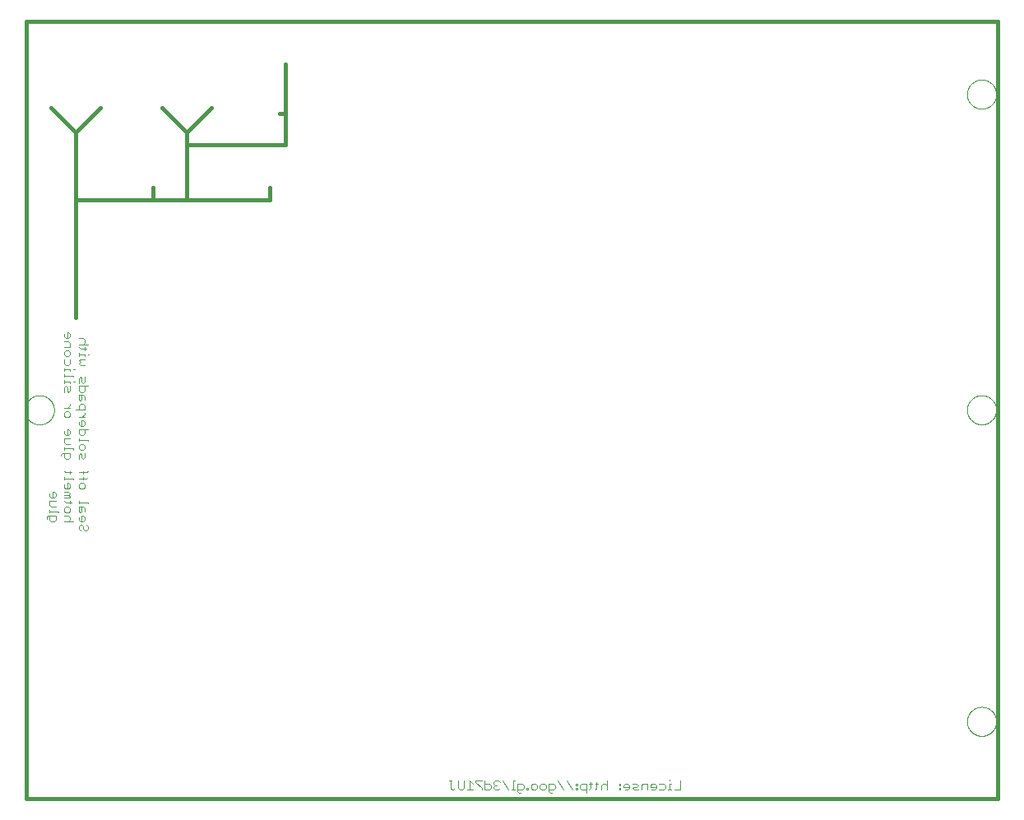
<source format=gbo>
G75*
%MOIN*%
%OFA0B0*%
%FSLAX25Y25*%
%IPPOS*%
%LPD*%
%AMOC8*
5,1,8,0,0,1.08239X$1,22.5*
%
%ADD10C,0.00300*%
%ADD11C,0.01600*%
%ADD12C,0.00000*%
D10*
X0023620Y0126710D02*
X0023013Y0127317D01*
X0023013Y0128530D01*
X0023620Y0129137D01*
X0024226Y0129137D01*
X0024833Y0128530D01*
X0024833Y0127317D01*
X0025440Y0126710D01*
X0026046Y0126710D01*
X0026653Y0127317D01*
X0026653Y0128530D01*
X0026046Y0129137D01*
X0024833Y0130335D02*
X0025440Y0130942D01*
X0025440Y0132155D01*
X0024833Y0132762D01*
X0024226Y0132762D01*
X0024226Y0130335D01*
X0023620Y0130335D02*
X0024833Y0130335D01*
X0023620Y0130335D02*
X0023013Y0130942D01*
X0023013Y0132155D01*
X0023620Y0133960D02*
X0024226Y0134567D01*
X0024226Y0136387D01*
X0024833Y0136387D02*
X0023013Y0136387D01*
X0023013Y0134567D01*
X0023620Y0133960D01*
X0025440Y0134567D02*
X0025440Y0135781D01*
X0024833Y0136387D01*
X0023013Y0137586D02*
X0023013Y0138799D01*
X0023013Y0138192D02*
X0026653Y0138192D01*
X0026653Y0137586D01*
X0024833Y0143628D02*
X0023620Y0143628D01*
X0023013Y0144234D01*
X0023013Y0145448D01*
X0023620Y0146054D01*
X0024833Y0146054D01*
X0025440Y0145448D01*
X0025440Y0144234D01*
X0024833Y0143628D01*
X0024833Y0147253D02*
X0024833Y0148466D01*
X0024833Y0149669D02*
X0024833Y0150883D01*
X0026046Y0150276D02*
X0026653Y0150883D01*
X0026046Y0150276D02*
X0023013Y0150276D01*
X0023013Y0147859D02*
X0026046Y0147859D01*
X0026653Y0148466D01*
X0020748Y0147859D02*
X0017107Y0147859D01*
X0017107Y0147253D02*
X0017107Y0148466D01*
X0017714Y0150276D02*
X0017107Y0150883D01*
X0017714Y0150276D02*
X0020141Y0150276D01*
X0019534Y0149669D02*
X0019534Y0150883D01*
X0020748Y0147859D02*
X0020748Y0147253D01*
X0019534Y0145448D02*
X0019534Y0144234D01*
X0018928Y0143628D01*
X0017714Y0143628D01*
X0017107Y0144234D01*
X0017107Y0145448D01*
X0018321Y0146054D02*
X0018321Y0143628D01*
X0018928Y0142429D02*
X0017107Y0142429D01*
X0017107Y0141216D02*
X0018928Y0141216D01*
X0019534Y0141822D01*
X0018928Y0142429D01*
X0018928Y0141216D02*
X0019534Y0140609D01*
X0019534Y0140002D01*
X0017107Y0140002D01*
X0017107Y0138799D02*
X0017714Y0138192D01*
X0020141Y0138192D01*
X0019534Y0137586D02*
X0019534Y0138799D01*
X0018928Y0136387D02*
X0019534Y0135781D01*
X0019534Y0134567D01*
X0018928Y0133960D01*
X0017714Y0133960D01*
X0017107Y0134567D01*
X0017107Y0135781D01*
X0017714Y0136387D01*
X0018928Y0136387D01*
X0018928Y0132762D02*
X0017107Y0132762D01*
X0018928Y0132762D02*
X0019534Y0132155D01*
X0019534Y0130942D01*
X0018928Y0130335D01*
X0020748Y0130335D02*
X0017107Y0130335D01*
X0013629Y0130942D02*
X0013022Y0130335D01*
X0011809Y0130335D01*
X0011202Y0130942D01*
X0011202Y0132762D01*
X0010595Y0132762D02*
X0013629Y0132762D01*
X0013629Y0130942D01*
X0014842Y0133960D02*
X0014842Y0134567D01*
X0011202Y0134567D01*
X0011202Y0133960D02*
X0011202Y0135174D01*
X0011809Y0136377D02*
X0011202Y0136984D01*
X0011202Y0138804D01*
X0013629Y0138804D01*
X0013022Y0140002D02*
X0013629Y0140609D01*
X0013629Y0141822D01*
X0013022Y0142429D01*
X0012415Y0142429D01*
X0012415Y0140002D01*
X0011809Y0140002D02*
X0013022Y0140002D01*
X0011809Y0140002D02*
X0011202Y0140609D01*
X0011202Y0141822D01*
X0011809Y0136377D02*
X0013629Y0136377D01*
X0010595Y0132762D02*
X0009989Y0132155D01*
X0009989Y0131549D01*
X0018321Y0146054D02*
X0018928Y0146054D01*
X0019534Y0145448D01*
X0018928Y0155711D02*
X0017714Y0155711D01*
X0017107Y0156318D01*
X0017107Y0158138D01*
X0016501Y0158138D02*
X0019534Y0158138D01*
X0019534Y0156318D01*
X0018928Y0155711D01*
X0015894Y0156925D02*
X0015894Y0157531D01*
X0016501Y0158138D01*
X0017107Y0159336D02*
X0017107Y0160550D01*
X0017107Y0159943D02*
X0020748Y0159943D01*
X0020748Y0159336D01*
X0023013Y0159943D02*
X0023620Y0159336D01*
X0024833Y0159336D01*
X0025440Y0159943D01*
X0025440Y0161156D01*
X0024833Y0161763D01*
X0023620Y0161763D01*
X0023013Y0161156D01*
X0023013Y0159943D01*
X0023620Y0158138D02*
X0024226Y0157531D01*
X0024226Y0156318D01*
X0024833Y0155711D01*
X0025440Y0156318D01*
X0025440Y0158138D01*
X0023620Y0158138D02*
X0023013Y0157531D01*
X0023013Y0155711D01*
X0019534Y0161753D02*
X0017714Y0161753D01*
X0017107Y0162360D01*
X0017107Y0164180D01*
X0019534Y0164180D01*
X0018928Y0165378D02*
X0019534Y0165985D01*
X0019534Y0167198D01*
X0018928Y0167805D01*
X0018321Y0167805D01*
X0018321Y0165378D01*
X0017714Y0165378D02*
X0018928Y0165378D01*
X0017714Y0165378D02*
X0017107Y0165985D01*
X0017107Y0167198D01*
X0017714Y0172629D02*
X0017107Y0173235D01*
X0017107Y0174449D01*
X0017714Y0175055D01*
X0018928Y0175055D01*
X0019534Y0174449D01*
X0019534Y0173235D01*
X0018928Y0172629D01*
X0017714Y0172629D01*
X0021800Y0175650D02*
X0025440Y0175650D01*
X0025440Y0177470D01*
X0024833Y0178076D01*
X0023620Y0178076D01*
X0023013Y0177470D01*
X0023013Y0175650D01*
X0025440Y0174449D02*
X0025440Y0173842D01*
X0024226Y0172629D01*
X0024226Y0171430D02*
X0024226Y0169003D01*
X0023620Y0169003D02*
X0024833Y0169003D01*
X0025440Y0169610D01*
X0025440Y0170824D01*
X0024833Y0171430D01*
X0024226Y0171430D01*
X0023013Y0170824D02*
X0023013Y0169610D01*
X0023620Y0169003D01*
X0023013Y0167805D02*
X0023013Y0165985D01*
X0023620Y0165378D01*
X0024833Y0165378D01*
X0025440Y0165985D01*
X0025440Y0167805D01*
X0026653Y0167805D02*
X0023013Y0167805D01*
X0023013Y0164175D02*
X0023013Y0162962D01*
X0023013Y0163568D02*
X0026653Y0163568D01*
X0026653Y0162962D01*
X0025440Y0172629D02*
X0023013Y0172629D01*
X0019534Y0176254D02*
X0017107Y0176254D01*
X0018321Y0176254D02*
X0019534Y0177467D01*
X0019534Y0178074D01*
X0023013Y0179881D02*
X0023620Y0179275D01*
X0024226Y0179881D01*
X0024226Y0181701D01*
X0024833Y0181701D02*
X0023013Y0181701D01*
X0023013Y0179881D01*
X0025440Y0179881D02*
X0025440Y0181095D01*
X0024833Y0181701D01*
X0024833Y0182900D02*
X0025440Y0183506D01*
X0025440Y0185327D01*
X0026653Y0185327D02*
X0023013Y0185327D01*
X0023013Y0183506D01*
X0023620Y0182900D01*
X0024833Y0182900D01*
X0024833Y0186525D02*
X0025440Y0187132D01*
X0025440Y0188952D01*
X0024226Y0188345D02*
X0024226Y0187132D01*
X0024833Y0186525D01*
X0023013Y0186525D02*
X0023013Y0188345D01*
X0023620Y0188952D01*
X0024226Y0188345D01*
X0021354Y0187132D02*
X0020748Y0187132D01*
X0019534Y0187132D02*
X0019534Y0186525D01*
X0019534Y0187132D02*
X0017107Y0187132D01*
X0017107Y0187738D02*
X0017107Y0186525D01*
X0017714Y0185327D02*
X0018321Y0184720D01*
X0018321Y0183506D01*
X0018928Y0182900D01*
X0019534Y0183506D01*
X0019534Y0185327D01*
X0017714Y0185327D02*
X0017107Y0184720D01*
X0017107Y0182900D01*
X0017107Y0188942D02*
X0017107Y0190155D01*
X0017107Y0189548D02*
X0020748Y0189548D01*
X0020748Y0188942D01*
X0019534Y0191358D02*
X0019534Y0191965D01*
X0017107Y0191965D01*
X0017107Y0191358D02*
X0017107Y0192572D01*
X0017714Y0193775D02*
X0017107Y0194382D01*
X0017107Y0196202D01*
X0017714Y0197400D02*
X0017107Y0198007D01*
X0017107Y0199220D01*
X0017714Y0199827D01*
X0018928Y0199827D01*
X0019534Y0199220D01*
X0019534Y0198007D01*
X0018928Y0197400D01*
X0017714Y0197400D01*
X0019534Y0196202D02*
X0019534Y0194382D01*
X0018928Y0193775D01*
X0017714Y0193775D01*
X0020748Y0191965D02*
X0021354Y0191965D01*
X0023620Y0193775D02*
X0023013Y0194382D01*
X0023620Y0194989D01*
X0023013Y0195595D01*
X0023620Y0196202D01*
X0025440Y0196202D01*
X0025440Y0197400D02*
X0025440Y0198007D01*
X0023013Y0198007D01*
X0023013Y0197400D02*
X0023013Y0198614D01*
X0023620Y0200424D02*
X0023013Y0201030D01*
X0023620Y0200424D02*
X0026046Y0200424D01*
X0025440Y0199817D02*
X0025440Y0201030D01*
X0024833Y0202234D02*
X0025440Y0202841D01*
X0025440Y0204054D01*
X0024833Y0204661D01*
X0023013Y0204661D01*
X0023013Y0202234D02*
X0026653Y0202234D01*
X0026653Y0198007D02*
X0027260Y0198007D01*
X0025440Y0193775D02*
X0023620Y0193775D01*
X0019534Y0201025D02*
X0019534Y0202846D01*
X0018928Y0203452D01*
X0017107Y0203452D01*
X0017714Y0204651D02*
X0018928Y0204651D01*
X0019534Y0205257D01*
X0019534Y0206471D01*
X0018928Y0207077D01*
X0018321Y0207077D01*
X0018321Y0204651D01*
X0017714Y0204651D02*
X0017107Y0205257D01*
X0017107Y0206471D01*
X0017107Y0201025D02*
X0019534Y0201025D01*
X0173066Y0025285D02*
X0174280Y0025285D01*
X0173673Y0025285D02*
X0173673Y0022251D01*
X0174280Y0021645D01*
X0174886Y0021645D01*
X0175493Y0022251D01*
X0176691Y0022251D02*
X0176691Y0025285D01*
X0179118Y0025285D02*
X0179118Y0022251D01*
X0178511Y0021645D01*
X0177298Y0021645D01*
X0176691Y0022251D01*
X0180317Y0021645D02*
X0182743Y0021645D01*
X0181530Y0021645D02*
X0181530Y0025285D01*
X0182743Y0024071D01*
X0183942Y0024678D02*
X0186368Y0022251D01*
X0186368Y0021645D01*
X0187567Y0021645D02*
X0189387Y0021645D01*
X0189994Y0022251D01*
X0189994Y0023465D01*
X0189387Y0024071D01*
X0187567Y0024071D01*
X0187567Y0025285D02*
X0187567Y0021645D01*
X0191192Y0022251D02*
X0191799Y0021645D01*
X0193012Y0021645D01*
X0193619Y0022251D01*
X0192405Y0023465D02*
X0191799Y0023465D01*
X0191192Y0022858D01*
X0191192Y0022251D01*
X0191799Y0023465D02*
X0191192Y0024071D01*
X0191192Y0024678D01*
X0191799Y0025285D01*
X0193012Y0025285D01*
X0193619Y0024678D01*
X0194817Y0025285D02*
X0197244Y0021645D01*
X0198447Y0021645D02*
X0199661Y0021645D01*
X0199054Y0021645D02*
X0199054Y0025285D01*
X0199661Y0025285D01*
X0200859Y0024071D02*
X0202679Y0024071D01*
X0203286Y0023465D01*
X0203286Y0022251D01*
X0202679Y0021645D01*
X0200859Y0021645D01*
X0200859Y0021038D02*
X0200859Y0024071D01*
X0200859Y0021038D02*
X0201466Y0020431D01*
X0202072Y0020431D01*
X0204492Y0021645D02*
X0205098Y0021645D01*
X0205098Y0022251D01*
X0204492Y0022251D01*
X0204492Y0021645D01*
X0206297Y0022251D02*
X0206297Y0023465D01*
X0206903Y0024071D01*
X0208117Y0024071D01*
X0208723Y0023465D01*
X0208723Y0022251D01*
X0208117Y0021645D01*
X0206903Y0021645D01*
X0206297Y0022251D01*
X0209922Y0022251D02*
X0209922Y0023465D01*
X0210529Y0024071D01*
X0211742Y0024071D01*
X0212349Y0023465D01*
X0212349Y0022251D01*
X0211742Y0021645D01*
X0210529Y0021645D01*
X0209922Y0022251D01*
X0213547Y0021645D02*
X0215367Y0021645D01*
X0215974Y0022251D01*
X0215974Y0023465D01*
X0215367Y0024071D01*
X0213547Y0024071D01*
X0213547Y0021038D01*
X0214154Y0020431D01*
X0214760Y0020431D01*
X0219599Y0021645D02*
X0217172Y0025285D01*
X0220797Y0025285D02*
X0223224Y0021645D01*
X0224430Y0021645D02*
X0225037Y0021645D01*
X0225037Y0022251D01*
X0224430Y0022251D01*
X0224430Y0021645D01*
X0224430Y0023465D02*
X0225037Y0023465D01*
X0225037Y0024071D01*
X0224430Y0024071D01*
X0224430Y0023465D01*
X0226235Y0023465D02*
X0226235Y0022251D01*
X0226842Y0021645D01*
X0228662Y0021645D01*
X0229865Y0021645D02*
X0230472Y0022251D01*
X0230472Y0024678D01*
X0231078Y0024071D02*
X0229865Y0024071D01*
X0228662Y0024071D02*
X0226842Y0024071D01*
X0226235Y0023465D01*
X0228662Y0024071D02*
X0228662Y0020431D01*
X0232282Y0021645D02*
X0232888Y0022251D01*
X0232888Y0024678D01*
X0232282Y0024071D02*
X0233495Y0024071D01*
X0234694Y0023465D02*
X0234694Y0021645D01*
X0234694Y0023465D02*
X0235300Y0024071D01*
X0236514Y0024071D01*
X0237120Y0023465D01*
X0237120Y0025285D02*
X0237120Y0021645D01*
X0241951Y0021645D02*
X0242558Y0021645D01*
X0242558Y0022251D01*
X0241951Y0022251D01*
X0241951Y0021645D01*
X0241951Y0023465D02*
X0242558Y0023465D01*
X0242558Y0024071D01*
X0241951Y0024071D01*
X0241951Y0023465D01*
X0243756Y0023465D02*
X0243756Y0022858D01*
X0246183Y0022858D01*
X0246183Y0023465D02*
X0245576Y0024071D01*
X0244363Y0024071D01*
X0243756Y0023465D01*
X0244363Y0021645D02*
X0245576Y0021645D01*
X0246183Y0022251D01*
X0246183Y0023465D01*
X0247382Y0024071D02*
X0249202Y0024071D01*
X0249808Y0023465D01*
X0249202Y0022858D01*
X0247988Y0022858D01*
X0247382Y0022251D01*
X0247988Y0021645D01*
X0249808Y0021645D01*
X0251007Y0021645D02*
X0251007Y0023465D01*
X0251613Y0024071D01*
X0253433Y0024071D01*
X0253433Y0021645D01*
X0254632Y0022858D02*
X0257059Y0022858D01*
X0257059Y0023465D02*
X0256452Y0024071D01*
X0255238Y0024071D01*
X0254632Y0023465D01*
X0254632Y0022858D01*
X0255238Y0021645D02*
X0256452Y0021645D01*
X0257059Y0022251D01*
X0257059Y0023465D01*
X0258257Y0024071D02*
X0260077Y0024071D01*
X0260684Y0023465D01*
X0260684Y0022251D01*
X0260077Y0021645D01*
X0258257Y0021645D01*
X0261887Y0021645D02*
X0263100Y0021645D01*
X0262494Y0021645D02*
X0262494Y0024071D01*
X0263100Y0024071D01*
X0262494Y0025285D02*
X0262494Y0025891D01*
X0266726Y0025285D02*
X0266726Y0021645D01*
X0264299Y0021645D01*
X0186368Y0025285D02*
X0183942Y0025285D01*
X0183942Y0024678D01*
D11*
X0001800Y0018126D02*
X0395501Y0018126D01*
X0395501Y0333087D01*
X0001800Y0333087D01*
X0001800Y0018126D01*
X0021800Y0213126D02*
X0021800Y0260626D01*
X0021800Y0288126D01*
X0031800Y0298126D01*
X0021800Y0288126D02*
X0011800Y0298126D01*
X0021800Y0260626D02*
X0053178Y0260626D01*
X0053178Y0265626D01*
X0053178Y0260626D02*
X0066800Y0260626D01*
X0066800Y0283126D01*
X0066800Y0288126D01*
X0076800Y0298126D01*
X0066800Y0288126D02*
X0056800Y0298126D01*
X0066800Y0283126D02*
X0106800Y0283126D01*
X0106800Y0295626D01*
X0106800Y0315626D01*
X0106800Y0295626D02*
X0104300Y0295626D01*
X0100422Y0265626D02*
X0100422Y0260626D01*
X0066800Y0260626D01*
D12*
X0001209Y0175606D02*
X0001211Y0175759D01*
X0001217Y0175913D01*
X0001227Y0176066D01*
X0001241Y0176218D01*
X0001259Y0176371D01*
X0001281Y0176522D01*
X0001306Y0176673D01*
X0001336Y0176824D01*
X0001370Y0176974D01*
X0001407Y0177122D01*
X0001448Y0177270D01*
X0001493Y0177416D01*
X0001542Y0177562D01*
X0001595Y0177706D01*
X0001651Y0177848D01*
X0001711Y0177989D01*
X0001775Y0178129D01*
X0001842Y0178267D01*
X0001913Y0178403D01*
X0001988Y0178537D01*
X0002065Y0178669D01*
X0002147Y0178799D01*
X0002231Y0178927D01*
X0002319Y0179053D01*
X0002410Y0179176D01*
X0002504Y0179297D01*
X0002602Y0179415D01*
X0002702Y0179531D01*
X0002806Y0179644D01*
X0002912Y0179755D01*
X0003021Y0179863D01*
X0003133Y0179968D01*
X0003247Y0180069D01*
X0003365Y0180168D01*
X0003484Y0180264D01*
X0003606Y0180357D01*
X0003731Y0180446D01*
X0003858Y0180533D01*
X0003987Y0180615D01*
X0004118Y0180695D01*
X0004251Y0180771D01*
X0004386Y0180844D01*
X0004523Y0180913D01*
X0004662Y0180978D01*
X0004802Y0181040D01*
X0004944Y0181098D01*
X0005087Y0181153D01*
X0005232Y0181204D01*
X0005378Y0181251D01*
X0005525Y0181294D01*
X0005673Y0181333D01*
X0005822Y0181369D01*
X0005972Y0181400D01*
X0006123Y0181428D01*
X0006274Y0181452D01*
X0006427Y0181472D01*
X0006579Y0181488D01*
X0006732Y0181500D01*
X0006885Y0181508D01*
X0007038Y0181512D01*
X0007192Y0181512D01*
X0007345Y0181508D01*
X0007498Y0181500D01*
X0007651Y0181488D01*
X0007803Y0181472D01*
X0007956Y0181452D01*
X0008107Y0181428D01*
X0008258Y0181400D01*
X0008408Y0181369D01*
X0008557Y0181333D01*
X0008705Y0181294D01*
X0008852Y0181251D01*
X0008998Y0181204D01*
X0009143Y0181153D01*
X0009286Y0181098D01*
X0009428Y0181040D01*
X0009568Y0180978D01*
X0009707Y0180913D01*
X0009844Y0180844D01*
X0009979Y0180771D01*
X0010112Y0180695D01*
X0010243Y0180615D01*
X0010372Y0180533D01*
X0010499Y0180446D01*
X0010624Y0180357D01*
X0010746Y0180264D01*
X0010865Y0180168D01*
X0010983Y0180069D01*
X0011097Y0179968D01*
X0011209Y0179863D01*
X0011318Y0179755D01*
X0011424Y0179644D01*
X0011528Y0179531D01*
X0011628Y0179415D01*
X0011726Y0179297D01*
X0011820Y0179176D01*
X0011911Y0179053D01*
X0011999Y0178927D01*
X0012083Y0178799D01*
X0012165Y0178669D01*
X0012242Y0178537D01*
X0012317Y0178403D01*
X0012388Y0178267D01*
X0012455Y0178129D01*
X0012519Y0177989D01*
X0012579Y0177848D01*
X0012635Y0177706D01*
X0012688Y0177562D01*
X0012737Y0177416D01*
X0012782Y0177270D01*
X0012823Y0177122D01*
X0012860Y0176974D01*
X0012894Y0176824D01*
X0012924Y0176673D01*
X0012949Y0176522D01*
X0012971Y0176371D01*
X0012989Y0176218D01*
X0013003Y0176066D01*
X0013013Y0175913D01*
X0013019Y0175759D01*
X0013021Y0175606D01*
X0013019Y0175453D01*
X0013013Y0175299D01*
X0013003Y0175146D01*
X0012989Y0174994D01*
X0012971Y0174841D01*
X0012949Y0174690D01*
X0012924Y0174539D01*
X0012894Y0174388D01*
X0012860Y0174238D01*
X0012823Y0174090D01*
X0012782Y0173942D01*
X0012737Y0173796D01*
X0012688Y0173650D01*
X0012635Y0173506D01*
X0012579Y0173364D01*
X0012519Y0173223D01*
X0012455Y0173083D01*
X0012388Y0172945D01*
X0012317Y0172809D01*
X0012242Y0172675D01*
X0012165Y0172543D01*
X0012083Y0172413D01*
X0011999Y0172285D01*
X0011911Y0172159D01*
X0011820Y0172036D01*
X0011726Y0171915D01*
X0011628Y0171797D01*
X0011528Y0171681D01*
X0011424Y0171568D01*
X0011318Y0171457D01*
X0011209Y0171349D01*
X0011097Y0171244D01*
X0010983Y0171143D01*
X0010865Y0171044D01*
X0010746Y0170948D01*
X0010624Y0170855D01*
X0010499Y0170766D01*
X0010372Y0170679D01*
X0010243Y0170597D01*
X0010112Y0170517D01*
X0009979Y0170441D01*
X0009844Y0170368D01*
X0009707Y0170299D01*
X0009568Y0170234D01*
X0009428Y0170172D01*
X0009286Y0170114D01*
X0009143Y0170059D01*
X0008998Y0170008D01*
X0008852Y0169961D01*
X0008705Y0169918D01*
X0008557Y0169879D01*
X0008408Y0169843D01*
X0008258Y0169812D01*
X0008107Y0169784D01*
X0007956Y0169760D01*
X0007803Y0169740D01*
X0007651Y0169724D01*
X0007498Y0169712D01*
X0007345Y0169704D01*
X0007192Y0169700D01*
X0007038Y0169700D01*
X0006885Y0169704D01*
X0006732Y0169712D01*
X0006579Y0169724D01*
X0006427Y0169740D01*
X0006274Y0169760D01*
X0006123Y0169784D01*
X0005972Y0169812D01*
X0005822Y0169843D01*
X0005673Y0169879D01*
X0005525Y0169918D01*
X0005378Y0169961D01*
X0005232Y0170008D01*
X0005087Y0170059D01*
X0004944Y0170114D01*
X0004802Y0170172D01*
X0004662Y0170234D01*
X0004523Y0170299D01*
X0004386Y0170368D01*
X0004251Y0170441D01*
X0004118Y0170517D01*
X0003987Y0170597D01*
X0003858Y0170679D01*
X0003731Y0170766D01*
X0003606Y0170855D01*
X0003484Y0170948D01*
X0003365Y0171044D01*
X0003247Y0171143D01*
X0003133Y0171244D01*
X0003021Y0171349D01*
X0002912Y0171457D01*
X0002806Y0171568D01*
X0002702Y0171681D01*
X0002602Y0171797D01*
X0002504Y0171915D01*
X0002410Y0172036D01*
X0002319Y0172159D01*
X0002231Y0172285D01*
X0002147Y0172413D01*
X0002065Y0172543D01*
X0001988Y0172675D01*
X0001913Y0172809D01*
X0001842Y0172945D01*
X0001775Y0173083D01*
X0001711Y0173223D01*
X0001651Y0173364D01*
X0001595Y0173506D01*
X0001542Y0173650D01*
X0001493Y0173796D01*
X0001448Y0173942D01*
X0001407Y0174090D01*
X0001370Y0174238D01*
X0001336Y0174388D01*
X0001306Y0174539D01*
X0001281Y0174690D01*
X0001259Y0174841D01*
X0001241Y0174994D01*
X0001227Y0175146D01*
X0001217Y0175299D01*
X0001211Y0175453D01*
X0001209Y0175606D01*
X0383040Y0175606D02*
X0383042Y0175759D01*
X0383048Y0175913D01*
X0383058Y0176066D01*
X0383072Y0176218D01*
X0383090Y0176371D01*
X0383112Y0176522D01*
X0383137Y0176673D01*
X0383167Y0176824D01*
X0383201Y0176974D01*
X0383238Y0177122D01*
X0383279Y0177270D01*
X0383324Y0177416D01*
X0383373Y0177562D01*
X0383426Y0177706D01*
X0383482Y0177848D01*
X0383542Y0177989D01*
X0383606Y0178129D01*
X0383673Y0178267D01*
X0383744Y0178403D01*
X0383819Y0178537D01*
X0383896Y0178669D01*
X0383978Y0178799D01*
X0384062Y0178927D01*
X0384150Y0179053D01*
X0384241Y0179176D01*
X0384335Y0179297D01*
X0384433Y0179415D01*
X0384533Y0179531D01*
X0384637Y0179644D01*
X0384743Y0179755D01*
X0384852Y0179863D01*
X0384964Y0179968D01*
X0385078Y0180069D01*
X0385196Y0180168D01*
X0385315Y0180264D01*
X0385437Y0180357D01*
X0385562Y0180446D01*
X0385689Y0180533D01*
X0385818Y0180615D01*
X0385949Y0180695D01*
X0386082Y0180771D01*
X0386217Y0180844D01*
X0386354Y0180913D01*
X0386493Y0180978D01*
X0386633Y0181040D01*
X0386775Y0181098D01*
X0386918Y0181153D01*
X0387063Y0181204D01*
X0387209Y0181251D01*
X0387356Y0181294D01*
X0387504Y0181333D01*
X0387653Y0181369D01*
X0387803Y0181400D01*
X0387954Y0181428D01*
X0388105Y0181452D01*
X0388258Y0181472D01*
X0388410Y0181488D01*
X0388563Y0181500D01*
X0388716Y0181508D01*
X0388869Y0181512D01*
X0389023Y0181512D01*
X0389176Y0181508D01*
X0389329Y0181500D01*
X0389482Y0181488D01*
X0389634Y0181472D01*
X0389787Y0181452D01*
X0389938Y0181428D01*
X0390089Y0181400D01*
X0390239Y0181369D01*
X0390388Y0181333D01*
X0390536Y0181294D01*
X0390683Y0181251D01*
X0390829Y0181204D01*
X0390974Y0181153D01*
X0391117Y0181098D01*
X0391259Y0181040D01*
X0391399Y0180978D01*
X0391538Y0180913D01*
X0391675Y0180844D01*
X0391810Y0180771D01*
X0391943Y0180695D01*
X0392074Y0180615D01*
X0392203Y0180533D01*
X0392330Y0180446D01*
X0392455Y0180357D01*
X0392577Y0180264D01*
X0392696Y0180168D01*
X0392814Y0180069D01*
X0392928Y0179968D01*
X0393040Y0179863D01*
X0393149Y0179755D01*
X0393255Y0179644D01*
X0393359Y0179531D01*
X0393459Y0179415D01*
X0393557Y0179297D01*
X0393651Y0179176D01*
X0393742Y0179053D01*
X0393830Y0178927D01*
X0393914Y0178799D01*
X0393996Y0178669D01*
X0394073Y0178537D01*
X0394148Y0178403D01*
X0394219Y0178267D01*
X0394286Y0178129D01*
X0394350Y0177989D01*
X0394410Y0177848D01*
X0394466Y0177706D01*
X0394519Y0177562D01*
X0394568Y0177416D01*
X0394613Y0177270D01*
X0394654Y0177122D01*
X0394691Y0176974D01*
X0394725Y0176824D01*
X0394755Y0176673D01*
X0394780Y0176522D01*
X0394802Y0176371D01*
X0394820Y0176218D01*
X0394834Y0176066D01*
X0394844Y0175913D01*
X0394850Y0175759D01*
X0394852Y0175606D01*
X0394850Y0175453D01*
X0394844Y0175299D01*
X0394834Y0175146D01*
X0394820Y0174994D01*
X0394802Y0174841D01*
X0394780Y0174690D01*
X0394755Y0174539D01*
X0394725Y0174388D01*
X0394691Y0174238D01*
X0394654Y0174090D01*
X0394613Y0173942D01*
X0394568Y0173796D01*
X0394519Y0173650D01*
X0394466Y0173506D01*
X0394410Y0173364D01*
X0394350Y0173223D01*
X0394286Y0173083D01*
X0394219Y0172945D01*
X0394148Y0172809D01*
X0394073Y0172675D01*
X0393996Y0172543D01*
X0393914Y0172413D01*
X0393830Y0172285D01*
X0393742Y0172159D01*
X0393651Y0172036D01*
X0393557Y0171915D01*
X0393459Y0171797D01*
X0393359Y0171681D01*
X0393255Y0171568D01*
X0393149Y0171457D01*
X0393040Y0171349D01*
X0392928Y0171244D01*
X0392814Y0171143D01*
X0392696Y0171044D01*
X0392577Y0170948D01*
X0392455Y0170855D01*
X0392330Y0170766D01*
X0392203Y0170679D01*
X0392074Y0170597D01*
X0391943Y0170517D01*
X0391810Y0170441D01*
X0391675Y0170368D01*
X0391538Y0170299D01*
X0391399Y0170234D01*
X0391259Y0170172D01*
X0391117Y0170114D01*
X0390974Y0170059D01*
X0390829Y0170008D01*
X0390683Y0169961D01*
X0390536Y0169918D01*
X0390388Y0169879D01*
X0390239Y0169843D01*
X0390089Y0169812D01*
X0389938Y0169784D01*
X0389787Y0169760D01*
X0389634Y0169740D01*
X0389482Y0169724D01*
X0389329Y0169712D01*
X0389176Y0169704D01*
X0389023Y0169700D01*
X0388869Y0169700D01*
X0388716Y0169704D01*
X0388563Y0169712D01*
X0388410Y0169724D01*
X0388258Y0169740D01*
X0388105Y0169760D01*
X0387954Y0169784D01*
X0387803Y0169812D01*
X0387653Y0169843D01*
X0387504Y0169879D01*
X0387356Y0169918D01*
X0387209Y0169961D01*
X0387063Y0170008D01*
X0386918Y0170059D01*
X0386775Y0170114D01*
X0386633Y0170172D01*
X0386493Y0170234D01*
X0386354Y0170299D01*
X0386217Y0170368D01*
X0386082Y0170441D01*
X0385949Y0170517D01*
X0385818Y0170597D01*
X0385689Y0170679D01*
X0385562Y0170766D01*
X0385437Y0170855D01*
X0385315Y0170948D01*
X0385196Y0171044D01*
X0385078Y0171143D01*
X0384964Y0171244D01*
X0384852Y0171349D01*
X0384743Y0171457D01*
X0384637Y0171568D01*
X0384533Y0171681D01*
X0384433Y0171797D01*
X0384335Y0171915D01*
X0384241Y0172036D01*
X0384150Y0172159D01*
X0384062Y0172285D01*
X0383978Y0172413D01*
X0383896Y0172543D01*
X0383819Y0172675D01*
X0383744Y0172809D01*
X0383673Y0172945D01*
X0383606Y0173083D01*
X0383542Y0173223D01*
X0383482Y0173364D01*
X0383426Y0173506D01*
X0383373Y0173650D01*
X0383324Y0173796D01*
X0383279Y0173942D01*
X0383238Y0174090D01*
X0383201Y0174238D01*
X0383167Y0174388D01*
X0383137Y0174539D01*
X0383112Y0174690D01*
X0383090Y0174841D01*
X0383072Y0174994D01*
X0383058Y0175146D01*
X0383048Y0175299D01*
X0383042Y0175453D01*
X0383040Y0175606D01*
X0383040Y0049346D02*
X0383042Y0049499D01*
X0383048Y0049653D01*
X0383058Y0049806D01*
X0383072Y0049958D01*
X0383090Y0050111D01*
X0383112Y0050262D01*
X0383137Y0050413D01*
X0383167Y0050564D01*
X0383201Y0050714D01*
X0383238Y0050862D01*
X0383279Y0051010D01*
X0383324Y0051156D01*
X0383373Y0051302D01*
X0383426Y0051446D01*
X0383482Y0051588D01*
X0383542Y0051729D01*
X0383606Y0051869D01*
X0383673Y0052007D01*
X0383744Y0052143D01*
X0383819Y0052277D01*
X0383896Y0052409D01*
X0383978Y0052539D01*
X0384062Y0052667D01*
X0384150Y0052793D01*
X0384241Y0052916D01*
X0384335Y0053037D01*
X0384433Y0053155D01*
X0384533Y0053271D01*
X0384637Y0053384D01*
X0384743Y0053495D01*
X0384852Y0053603D01*
X0384964Y0053708D01*
X0385078Y0053809D01*
X0385196Y0053908D01*
X0385315Y0054004D01*
X0385437Y0054097D01*
X0385562Y0054186D01*
X0385689Y0054273D01*
X0385818Y0054355D01*
X0385949Y0054435D01*
X0386082Y0054511D01*
X0386217Y0054584D01*
X0386354Y0054653D01*
X0386493Y0054718D01*
X0386633Y0054780D01*
X0386775Y0054838D01*
X0386918Y0054893D01*
X0387063Y0054944D01*
X0387209Y0054991D01*
X0387356Y0055034D01*
X0387504Y0055073D01*
X0387653Y0055109D01*
X0387803Y0055140D01*
X0387954Y0055168D01*
X0388105Y0055192D01*
X0388258Y0055212D01*
X0388410Y0055228D01*
X0388563Y0055240D01*
X0388716Y0055248D01*
X0388869Y0055252D01*
X0389023Y0055252D01*
X0389176Y0055248D01*
X0389329Y0055240D01*
X0389482Y0055228D01*
X0389634Y0055212D01*
X0389787Y0055192D01*
X0389938Y0055168D01*
X0390089Y0055140D01*
X0390239Y0055109D01*
X0390388Y0055073D01*
X0390536Y0055034D01*
X0390683Y0054991D01*
X0390829Y0054944D01*
X0390974Y0054893D01*
X0391117Y0054838D01*
X0391259Y0054780D01*
X0391399Y0054718D01*
X0391538Y0054653D01*
X0391675Y0054584D01*
X0391810Y0054511D01*
X0391943Y0054435D01*
X0392074Y0054355D01*
X0392203Y0054273D01*
X0392330Y0054186D01*
X0392455Y0054097D01*
X0392577Y0054004D01*
X0392696Y0053908D01*
X0392814Y0053809D01*
X0392928Y0053708D01*
X0393040Y0053603D01*
X0393149Y0053495D01*
X0393255Y0053384D01*
X0393359Y0053271D01*
X0393459Y0053155D01*
X0393557Y0053037D01*
X0393651Y0052916D01*
X0393742Y0052793D01*
X0393830Y0052667D01*
X0393914Y0052539D01*
X0393996Y0052409D01*
X0394073Y0052277D01*
X0394148Y0052143D01*
X0394219Y0052007D01*
X0394286Y0051869D01*
X0394350Y0051729D01*
X0394410Y0051588D01*
X0394466Y0051446D01*
X0394519Y0051302D01*
X0394568Y0051156D01*
X0394613Y0051010D01*
X0394654Y0050862D01*
X0394691Y0050714D01*
X0394725Y0050564D01*
X0394755Y0050413D01*
X0394780Y0050262D01*
X0394802Y0050111D01*
X0394820Y0049958D01*
X0394834Y0049806D01*
X0394844Y0049653D01*
X0394850Y0049499D01*
X0394852Y0049346D01*
X0394850Y0049193D01*
X0394844Y0049039D01*
X0394834Y0048886D01*
X0394820Y0048734D01*
X0394802Y0048581D01*
X0394780Y0048430D01*
X0394755Y0048279D01*
X0394725Y0048128D01*
X0394691Y0047978D01*
X0394654Y0047830D01*
X0394613Y0047682D01*
X0394568Y0047536D01*
X0394519Y0047390D01*
X0394466Y0047246D01*
X0394410Y0047104D01*
X0394350Y0046963D01*
X0394286Y0046823D01*
X0394219Y0046685D01*
X0394148Y0046549D01*
X0394073Y0046415D01*
X0393996Y0046283D01*
X0393914Y0046153D01*
X0393830Y0046025D01*
X0393742Y0045899D01*
X0393651Y0045776D01*
X0393557Y0045655D01*
X0393459Y0045537D01*
X0393359Y0045421D01*
X0393255Y0045308D01*
X0393149Y0045197D01*
X0393040Y0045089D01*
X0392928Y0044984D01*
X0392814Y0044883D01*
X0392696Y0044784D01*
X0392577Y0044688D01*
X0392455Y0044595D01*
X0392330Y0044506D01*
X0392203Y0044419D01*
X0392074Y0044337D01*
X0391943Y0044257D01*
X0391810Y0044181D01*
X0391675Y0044108D01*
X0391538Y0044039D01*
X0391399Y0043974D01*
X0391259Y0043912D01*
X0391117Y0043854D01*
X0390974Y0043799D01*
X0390829Y0043748D01*
X0390683Y0043701D01*
X0390536Y0043658D01*
X0390388Y0043619D01*
X0390239Y0043583D01*
X0390089Y0043552D01*
X0389938Y0043524D01*
X0389787Y0043500D01*
X0389634Y0043480D01*
X0389482Y0043464D01*
X0389329Y0043452D01*
X0389176Y0043444D01*
X0389023Y0043440D01*
X0388869Y0043440D01*
X0388716Y0043444D01*
X0388563Y0043452D01*
X0388410Y0043464D01*
X0388258Y0043480D01*
X0388105Y0043500D01*
X0387954Y0043524D01*
X0387803Y0043552D01*
X0387653Y0043583D01*
X0387504Y0043619D01*
X0387356Y0043658D01*
X0387209Y0043701D01*
X0387063Y0043748D01*
X0386918Y0043799D01*
X0386775Y0043854D01*
X0386633Y0043912D01*
X0386493Y0043974D01*
X0386354Y0044039D01*
X0386217Y0044108D01*
X0386082Y0044181D01*
X0385949Y0044257D01*
X0385818Y0044337D01*
X0385689Y0044419D01*
X0385562Y0044506D01*
X0385437Y0044595D01*
X0385315Y0044688D01*
X0385196Y0044784D01*
X0385078Y0044883D01*
X0384964Y0044984D01*
X0384852Y0045089D01*
X0384743Y0045197D01*
X0384637Y0045308D01*
X0384533Y0045421D01*
X0384433Y0045537D01*
X0384335Y0045655D01*
X0384241Y0045776D01*
X0384150Y0045899D01*
X0384062Y0046025D01*
X0383978Y0046153D01*
X0383896Y0046283D01*
X0383819Y0046415D01*
X0383744Y0046549D01*
X0383673Y0046685D01*
X0383606Y0046823D01*
X0383542Y0046963D01*
X0383482Y0047104D01*
X0383426Y0047246D01*
X0383373Y0047390D01*
X0383324Y0047536D01*
X0383279Y0047682D01*
X0383238Y0047830D01*
X0383201Y0047978D01*
X0383167Y0048128D01*
X0383137Y0048279D01*
X0383112Y0048430D01*
X0383090Y0048581D01*
X0383072Y0048734D01*
X0383058Y0048886D01*
X0383048Y0049039D01*
X0383042Y0049193D01*
X0383040Y0049346D01*
X0383040Y0303559D02*
X0383042Y0303712D01*
X0383048Y0303866D01*
X0383058Y0304019D01*
X0383072Y0304171D01*
X0383090Y0304324D01*
X0383112Y0304475D01*
X0383137Y0304626D01*
X0383167Y0304777D01*
X0383201Y0304927D01*
X0383238Y0305075D01*
X0383279Y0305223D01*
X0383324Y0305369D01*
X0383373Y0305515D01*
X0383426Y0305659D01*
X0383482Y0305801D01*
X0383542Y0305942D01*
X0383606Y0306082D01*
X0383673Y0306220D01*
X0383744Y0306356D01*
X0383819Y0306490D01*
X0383896Y0306622D01*
X0383978Y0306752D01*
X0384062Y0306880D01*
X0384150Y0307006D01*
X0384241Y0307129D01*
X0384335Y0307250D01*
X0384433Y0307368D01*
X0384533Y0307484D01*
X0384637Y0307597D01*
X0384743Y0307708D01*
X0384852Y0307816D01*
X0384964Y0307921D01*
X0385078Y0308022D01*
X0385196Y0308121D01*
X0385315Y0308217D01*
X0385437Y0308310D01*
X0385562Y0308399D01*
X0385689Y0308486D01*
X0385818Y0308568D01*
X0385949Y0308648D01*
X0386082Y0308724D01*
X0386217Y0308797D01*
X0386354Y0308866D01*
X0386493Y0308931D01*
X0386633Y0308993D01*
X0386775Y0309051D01*
X0386918Y0309106D01*
X0387063Y0309157D01*
X0387209Y0309204D01*
X0387356Y0309247D01*
X0387504Y0309286D01*
X0387653Y0309322D01*
X0387803Y0309353D01*
X0387954Y0309381D01*
X0388105Y0309405D01*
X0388258Y0309425D01*
X0388410Y0309441D01*
X0388563Y0309453D01*
X0388716Y0309461D01*
X0388869Y0309465D01*
X0389023Y0309465D01*
X0389176Y0309461D01*
X0389329Y0309453D01*
X0389482Y0309441D01*
X0389634Y0309425D01*
X0389787Y0309405D01*
X0389938Y0309381D01*
X0390089Y0309353D01*
X0390239Y0309322D01*
X0390388Y0309286D01*
X0390536Y0309247D01*
X0390683Y0309204D01*
X0390829Y0309157D01*
X0390974Y0309106D01*
X0391117Y0309051D01*
X0391259Y0308993D01*
X0391399Y0308931D01*
X0391538Y0308866D01*
X0391675Y0308797D01*
X0391810Y0308724D01*
X0391943Y0308648D01*
X0392074Y0308568D01*
X0392203Y0308486D01*
X0392330Y0308399D01*
X0392455Y0308310D01*
X0392577Y0308217D01*
X0392696Y0308121D01*
X0392814Y0308022D01*
X0392928Y0307921D01*
X0393040Y0307816D01*
X0393149Y0307708D01*
X0393255Y0307597D01*
X0393359Y0307484D01*
X0393459Y0307368D01*
X0393557Y0307250D01*
X0393651Y0307129D01*
X0393742Y0307006D01*
X0393830Y0306880D01*
X0393914Y0306752D01*
X0393996Y0306622D01*
X0394073Y0306490D01*
X0394148Y0306356D01*
X0394219Y0306220D01*
X0394286Y0306082D01*
X0394350Y0305942D01*
X0394410Y0305801D01*
X0394466Y0305659D01*
X0394519Y0305515D01*
X0394568Y0305369D01*
X0394613Y0305223D01*
X0394654Y0305075D01*
X0394691Y0304927D01*
X0394725Y0304777D01*
X0394755Y0304626D01*
X0394780Y0304475D01*
X0394802Y0304324D01*
X0394820Y0304171D01*
X0394834Y0304019D01*
X0394844Y0303866D01*
X0394850Y0303712D01*
X0394852Y0303559D01*
X0394850Y0303406D01*
X0394844Y0303252D01*
X0394834Y0303099D01*
X0394820Y0302947D01*
X0394802Y0302794D01*
X0394780Y0302643D01*
X0394755Y0302492D01*
X0394725Y0302341D01*
X0394691Y0302191D01*
X0394654Y0302043D01*
X0394613Y0301895D01*
X0394568Y0301749D01*
X0394519Y0301603D01*
X0394466Y0301459D01*
X0394410Y0301317D01*
X0394350Y0301176D01*
X0394286Y0301036D01*
X0394219Y0300898D01*
X0394148Y0300762D01*
X0394073Y0300628D01*
X0393996Y0300496D01*
X0393914Y0300366D01*
X0393830Y0300238D01*
X0393742Y0300112D01*
X0393651Y0299989D01*
X0393557Y0299868D01*
X0393459Y0299750D01*
X0393359Y0299634D01*
X0393255Y0299521D01*
X0393149Y0299410D01*
X0393040Y0299302D01*
X0392928Y0299197D01*
X0392814Y0299096D01*
X0392696Y0298997D01*
X0392577Y0298901D01*
X0392455Y0298808D01*
X0392330Y0298719D01*
X0392203Y0298632D01*
X0392074Y0298550D01*
X0391943Y0298470D01*
X0391810Y0298394D01*
X0391675Y0298321D01*
X0391538Y0298252D01*
X0391399Y0298187D01*
X0391259Y0298125D01*
X0391117Y0298067D01*
X0390974Y0298012D01*
X0390829Y0297961D01*
X0390683Y0297914D01*
X0390536Y0297871D01*
X0390388Y0297832D01*
X0390239Y0297796D01*
X0390089Y0297765D01*
X0389938Y0297737D01*
X0389787Y0297713D01*
X0389634Y0297693D01*
X0389482Y0297677D01*
X0389329Y0297665D01*
X0389176Y0297657D01*
X0389023Y0297653D01*
X0388869Y0297653D01*
X0388716Y0297657D01*
X0388563Y0297665D01*
X0388410Y0297677D01*
X0388258Y0297693D01*
X0388105Y0297713D01*
X0387954Y0297737D01*
X0387803Y0297765D01*
X0387653Y0297796D01*
X0387504Y0297832D01*
X0387356Y0297871D01*
X0387209Y0297914D01*
X0387063Y0297961D01*
X0386918Y0298012D01*
X0386775Y0298067D01*
X0386633Y0298125D01*
X0386493Y0298187D01*
X0386354Y0298252D01*
X0386217Y0298321D01*
X0386082Y0298394D01*
X0385949Y0298470D01*
X0385818Y0298550D01*
X0385689Y0298632D01*
X0385562Y0298719D01*
X0385437Y0298808D01*
X0385315Y0298901D01*
X0385196Y0298997D01*
X0385078Y0299096D01*
X0384964Y0299197D01*
X0384852Y0299302D01*
X0384743Y0299410D01*
X0384637Y0299521D01*
X0384533Y0299634D01*
X0384433Y0299750D01*
X0384335Y0299868D01*
X0384241Y0299989D01*
X0384150Y0300112D01*
X0384062Y0300238D01*
X0383978Y0300366D01*
X0383896Y0300496D01*
X0383819Y0300628D01*
X0383744Y0300762D01*
X0383673Y0300898D01*
X0383606Y0301036D01*
X0383542Y0301176D01*
X0383482Y0301317D01*
X0383426Y0301459D01*
X0383373Y0301603D01*
X0383324Y0301749D01*
X0383279Y0301895D01*
X0383238Y0302043D01*
X0383201Y0302191D01*
X0383167Y0302341D01*
X0383137Y0302492D01*
X0383112Y0302643D01*
X0383090Y0302794D01*
X0383072Y0302947D01*
X0383058Y0303099D01*
X0383048Y0303252D01*
X0383042Y0303406D01*
X0383040Y0303559D01*
M02*

</source>
